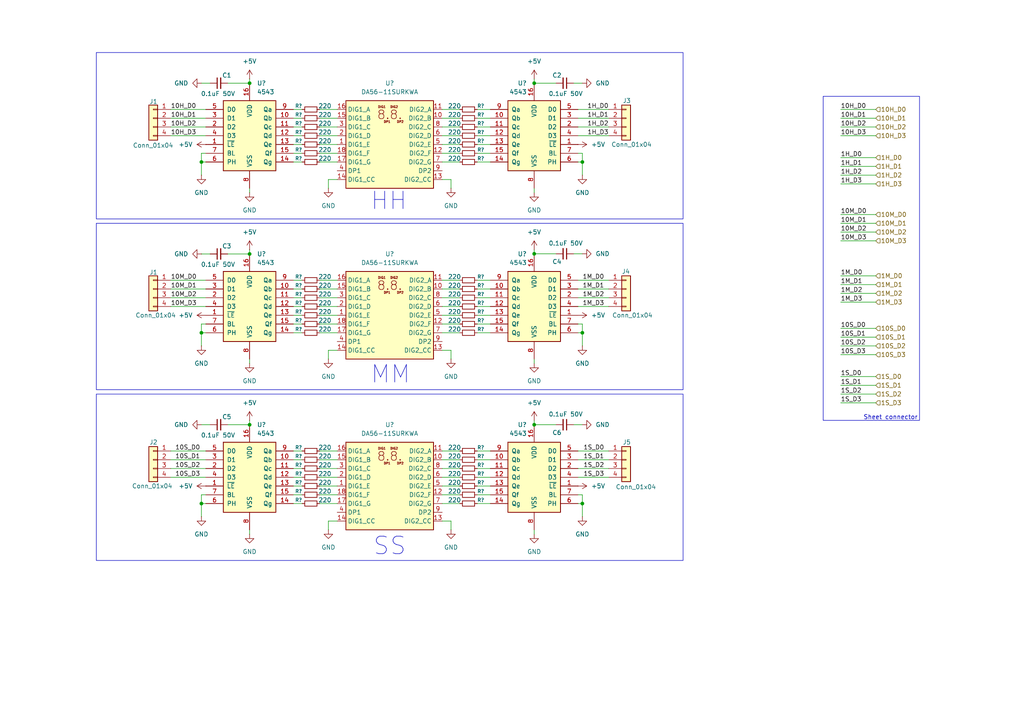
<source format=kicad_sch>
(kicad_sch (version 20250114) (generator "eeschema") (generator_version "9.0")
  (paper "A4")
  (lib_symbols
    (symbol "4xxx:4543" (pin_names (offset 1.016))
      (property "Reference" "U" (at -7.62 11.43 0))
      (property "Value" "4543" (at -7.62 -11.43 0))
      (symbol "4543_1_0"
        (pin input line (at -12.7 7.62 0) (length 5.08) (name "D0") (number "5"))
        (pin input line (at -12.7 5.08 0) (length 5.08) (name "D1") (number "3"))
        (pin input line (at -12.7 2.54 0) (length 5.08) (name "D2") (number "2"))
        (pin input line (at -12.7 0 0) (length 5.08) (name "D3") (number "4"))
        (pin input line (at -12.7 -2.54 0) (length 5.08) (name "~{LE}") (number "1"))
        (pin input line (at -12.7 -5.08 0) (length 5.08) (name "BL") (number "7"))
        (pin input line (at -12.7 -7.62 0) (length 5.08) (name "PH") (number "6"))
        (pin power_in line (at 0 15.24 270) (length 5.08) (name "VDD") (number "16"))
        (pin power_in line (at 0 -15.24 90) (length 5.08) (name "VSS") (number "8"))
        (pin output line (at 12.7 7.62 180) (length 5.08) (name "Qa") (number "9"))
        (pin output line (at 12.7 5.08 180) (length 5.08) (name "Qb") (number "10"))
        (pin output line (at 12.7 2.54 180) (length 5.08) (name "Qc") (number "11"))
        (pin output line (at 12.7 0 180) (length 5.08) (name "Qd") (number "12"))
        (pin output line (at 12.7 -2.54 180) (length 5.08) (name "Qe") (number "13"))
        (pin output line (at 12.7 -5.08 180) (length 5.08) (name "Qf") (number "15"))
        (pin output line (at 12.7 -7.62 180) (length 5.08) (name "Qg") (number "14"))
      )
      (symbol "4543_1_1"
        (rectangle (start -7.62 10.16) (end 7.62 -10.16) (stroke (width 0.254)) (fill (type background)))
      )
    )
    (symbol "Connector_Generic:Conn_01x04" (pin_names (offset 1.016) (hide yes))
      (property "Reference" "J" (at 0 5.08 0))
      (property "Value" "Conn_01x04" (at 0 -7.62 0))
      (symbol "Conn_01x04_1_1"
        (rectangle (start -1.27 3.81) (end 1.27 -6.35) (stroke (width 0.254)) (fill (type background)))
        (rectangle (start -1.27 2.667) (end 0 2.413) (stroke (width 0.1524)))
        (rectangle (start -1.27 0.127) (end 0 -0.127) (stroke (width 0.1524)))
        (rectangle (start -1.27 -2.413) (end 0 -2.667) (stroke (width 0.1524)))
        (rectangle (start -1.27 -4.953) (end 0 -5.207) (stroke (width 0.1524)))
        (pin passive line (at -5.08 2.54 0) (length 3.81) (name "Pin_1") (number "1"))
        (pin passive line (at -5.08 0 0) (length 3.81) (name "Pin_2") (number "2"))
        (pin passive line (at -5.08 -2.54 0) (length 3.81) (name "Pin_3") (number "3"))
        (pin passive line (at -5.08 -5.08 0) (length 3.81) (name "Pin_4") (number "4"))
      )
    )
    (symbol "Device:C_Small" (pin_numbers (hide yes)) (pin_names (offset 0.254) (hide yes))
      (property "Reference" "C" (at 0.254 1.778 0))
      (property "Value" "C_Small" (at 0.254 -2.032 0))
      (symbol "C_Small_0_1"
        (polyline (pts (xy -1.524 0.508) (xy 1.524 0.508)) (stroke (width 0.3048)))
        (polyline (pts (xy -1.524 -0.508) (xy 1.524 -0.508)) (stroke (width 0.3302)))
      )
      (symbol "C_Small_1_1"
        (pin passive line (at 0 2.54 270) (length 2.032) (name "~") (number "1"))
        (pin passive line (at 0 -2.54 90) (length 2.032) (name "~") (number "2"))
      )
    )
    (symbol "Device:R_Small" (pin_numbers (hide yes)) (pin_names (offset 0.254) (hide yes))
      (property "Reference" "R" (at 0 0 90))
      (property "Value" "R_Small" (at 1.778 0 90))
      (symbol "R_Small_0_1"
        (rectangle (start -0.762 1.778) (end 0.762 -1.778) (stroke (width 0.2032)))
      )
      (symbol "R_Small_1_1"
        (pin passive line (at 0 2.54 270) (length 0.762) (name "~") (number "1"))
        (pin passive line (at 0 -2.54 90) (length 0.762) (name "~") (number "2"))
      )
    )
    (symbol "Display_Character:DC56-11CGKWA"
      (property "Reference" "U" (at -11.43 13.97 0))
      (property "Value" "DC56-11CGKWA" (at 12.065 13.97 0))
      (symbol "DC56-11CGKWA_0_0"
        (text "DIG1" (at -2.286 10.922 0) (effects (font (size 0.635 0.635))))
        (text "DP1" (at -0.762 6.604 0) (effects (font (size 0.635 0.635))))
        (text "8.8." (at 0 8.636 0) (effects (font (size 2.54 2.54))))
        (text "DIG2" (at 1.27 10.922 0) (effects (font (size 0.635 0.635))))
        (text "DP2" (at 3.048 6.604 0) (effects (font (size 0.635 0.635))))
      )
      (symbol "DC56-11CGKWA_0_1"
        (rectangle (start -12.7 12.7) (end 12.7 -12.7) (stroke (width 0.254)) (fill (type background)))
      )
      (symbol "DC56-11CGKWA_1_1"
        (pin input line (at -15.24 10.16 0) (length 2.54) (name "DIG1_A") (number "16"))
        (pin input line (at -15.24 7.62 0) (length 2.54) (name "DIG1_B") (number "15"))
        (pin input line (at -15.24 5.08 0) (length 2.54) (name "DIG1_C") (number "3"))
        (pin input line (at -15.24 2.54 0) (length 2.54) (name "DIG1_D") (number "2"))
        (pin input line (at -15.24 0 0) (length 2.54) (name "DIG1_E") (number "1"))
        (pin input line (at -15.24 -2.54 0) (length 2.54) (name "DIG1_F") (number "18"))
        (pin input line (at -15.24 -5.08 0) (length 2.54) (name "DIG1_G") (number "17"))
        (pin input line (at -15.24 -7.62 0) (length 2.54) (name "DP1") (number "4"))
        (pin input line (at -15.24 -10.16 0) (length 2.54) (name "DIG1_CC") (number "14"))
        (pin input line (at 15.24 10.16 180) (length 2.54) (name "DIG2_A") (number "11"))
        (pin input line (at 15.24 7.62 180) (length 2.54) (name "DIG2_B") (number "10"))
        (pin input line (at 15.24 5.08 180) (length 2.54) (name "DIG2_C") (number "8"))
        (pin input line (at 15.24 2.54 180) (length 2.54) (name "DIG2_D") (number "6"))
        (pin input line (at 15.24 0 180) (length 2.54) (name "DIG2_E") (number "5"))
        (pin input line (at 15.24 -2.54 180) (length 2.54) (name "DIG2_F") (number "12"))
        (pin input line (at 15.24 -5.08 180) (length 2.54) (name "DIG2_G") (number "7"))
        (pin input line (at 15.24 -7.62 180) (length 2.54) (name "DP2") (number "9"))
        (pin input line (at 15.24 -10.16 180) (length 2.54) (name "DIG2_CC") (number "13"))
      )
    )
    (symbol "power:+5V" (power) (pin_numbers (hide yes)) (pin_names (offset 0) (hide yes))
      (property "Value" "+5V" (at 0 3.556 0))
      (symbol "+5V_0_1"
        (polyline (pts (xy -0.762 1.27) (xy 0 2.54)))
        (polyline (pts (xy 0 2.54) (xy 0.762 1.27)))
        (polyline (pts (xy 0 0) (xy 0 2.54)))
      )
      (symbol "+5V_1_1"
        (pin power_in line (at 0 0 90) (length 0) (name "~") (number "1"))
      )
    )
    (symbol "power:GND" (power) (pin_numbers (hide yes)) (pin_names (offset 0) (hide yes))
      (property "Value" "GND" (at 0 -3.81 0))
      (symbol "GND_0_1"
        (polyline (pts (xy 0 0) (xy 0 -1.27) (xy 1.27 -1.27) (xy 0 -2.54) (xy -1.27 -1.27) (xy 0 -1.27)))
      )
      (symbol "GND_1_1"
        (pin power_in line (at 0 0 270) (length 0) (name "~") (number "1"))
      )
    )
  )
  (rectangle (start 27.94 114.3) (end 198.12 162.56))
  (rectangle (start 238.76 27.94) (end 266.7 121.92))
  (rectangle (start 27.94 15.24) (end 198.12 63.5))
  (rectangle (start 27.94 64.77) (end 198.12 113.03))
  (text "SS" (at 113.03 158.496 0) (effects (font (size 5.08 5.08))))
  (text "MM" (at 113.284 108.712 0) (effects (font (size 5.08 5.08))))
  (text "Sheet connector" (at 258.318 121.158 0) (effects (font (size 1.27 1.27))))
  (text "HH" (at 112.776 58.42 0) (effects (font (size 5.08 5.08))))
  (junction (at 72.39 73.66))
  (junction (at 58.42 146.05))
  (junction (at 72.39 24.13))
  (junction (at 72.39 123.19))
  (junction (at 154.94 73.6113))
  (junction (at 168.91 146.05))
  (junction (at 168.91 46.99))
  (junction (at 154.94 123.19))
  (junction (at 58.42 96.52))
  (junction (at 58.42 46.99))
  (junction (at 168.91 96.52))
  (junction (at 154.94 24.13))
  (wire (pts (xy 92.71 41.91) (xy 97.79 41.91)))
  (wire (pts (xy 161.29 24.13) (xy 154.94 24.13)))
  (wire (pts (xy 168.91 93.98) (xy 168.91 96.52)))
  (wire (pts (xy 128.27 52.07) (xy 130.81 52.07)))
  (wire (pts (xy 85.09 143.51) (xy 87.63 143.51)))
  (wire (pts (xy 85.09 44.45) (xy 87.63 44.45)))
  (wire (pts (xy 92.71 138.43) (xy 97.79 138.43)))
  (wire (pts (xy 49.53 36.83) (xy 59.69 36.83)))
  (wire (pts (xy 92.71 36.83) (xy 97.79 36.83)))
  (wire (pts (xy 133.35 140.97) (xy 128.27 140.97)))
  (wire (pts (xy 130.81 101.6) (xy 130.81 104.14)))
  (wire (pts (xy 72.39 54.61) (xy 72.39 55.88)))
  (wire (pts (xy 138.43 140.97) (xy 142.24 140.97)))
  (wire (pts (xy 133.35 138.43) (xy 128.27 138.43)))
  (wire (pts (xy 133.35 36.83) (xy 128.27 36.83)))
  (wire (pts (xy 58.42 44.45) (xy 58.42 46.99)))
  (wire (pts (xy 85.09 88.9) (xy 87.63 88.9)))
  (wire (pts (xy 58.42 96.52) (xy 59.69 96.52)))
  (wire (pts (xy 243.84 114.3) (xy 254 114.3)))
  (wire (pts (xy 95.25 151.13) (xy 95.25 153.67)))
  (wire (pts (xy 243.84 100.33) (xy 254 100.33)))
  (wire (pts (xy 138.43 83.82) (xy 142.24 83.82)))
  (wire (pts (xy 85.09 31.75) (xy 87.63 31.75)))
  (wire (pts (xy 58.42 93.98) (xy 58.42 96.52)))
  (wire (pts (xy 49.53 88.9) (xy 59.69 88.9)))
  (wire (pts (xy 49.53 133.35) (xy 59.69 133.35)))
  (wire (pts (xy 85.09 41.91) (xy 87.63 41.91)))
  (wire (pts (xy 167.64 44.45) (xy 168.91 44.45)))
  (wire (pts (xy 85.09 135.89) (xy 87.63 135.89)))
  (wire (pts (xy 85.09 140.97) (xy 87.63 140.97)))
  (wire (pts (xy 133.35 86.36) (xy 128.27 86.36)))
  (wire (pts (xy 167.64 133.35) (xy 176.53 133.35)))
  (wire (pts (xy 243.84 95.25) (xy 254 95.25)))
  (wire (pts (xy 133.35 96.52) (xy 128.27 96.52)))
  (wire (pts (xy 138.43 130.81) (xy 142.24 130.81)))
  (wire (pts (xy 154.94 104.14) (xy 154.94 105.41)))
  (wire (pts (xy 92.71 88.9) (xy 97.79 88.9)))
  (wire (pts (xy 58.42 143.51) (xy 58.42 146.05)))
  (wire (pts (xy 72.39 22.86) (xy 72.39 24.13)))
  (wire (pts (xy 243.84 53.34) (xy 254 53.34)))
  (wire (pts (xy 154.94 153.67) (xy 154.94 154.94)))
  (wire (pts (xy 168.91 73.6113) (xy 166.37 73.6113)))
  (wire (pts (xy 58.42 24.13) (xy 60.96 24.13)))
  (wire (pts (xy 133.35 88.9) (xy 128.27 88.9)))
  (wire (pts (xy 72.39 72.39) (xy 72.39 73.66)))
  (wire (pts (xy 243.84 50.8) (xy 254 50.8)))
  (wire (pts (xy 92.71 140.97) (xy 97.79 140.97)))
  (wire (pts (xy 92.71 133.35) (xy 97.79 133.35)))
  (wire (pts (xy 97.79 151.13) (xy 95.25 151.13)))
  (wire (pts (xy 138.43 91.44) (xy 142.24 91.44)))
  (wire (pts (xy 167.64 86.36) (xy 176.53 86.36)))
  (wire (pts (xy 167.64 83.82) (xy 176.53 83.82)))
  (wire (pts (xy 243.84 102.87) (xy 254 102.87)))
  (wire (pts (xy 95.25 52.07) (xy 95.25 54.61)))
  (wire (pts (xy 49.53 135.89) (xy 59.69 135.89)))
  (wire (pts (xy 154.94 72.39) (xy 154.94 73.6113)))
  (wire (pts (xy 85.09 39.37) (xy 87.63 39.37)))
  (wire (pts (xy 58.42 146.05) (xy 59.69 146.05)))
  (wire (pts (xy 243.84 80.01) (xy 254 80.01)))
  (wire (pts (xy 167.64 88.9) (xy 176.53 88.9)))
  (wire (pts (xy 133.35 146.05) (xy 128.27 146.05)))
  (wire (pts (xy 49.53 39.37) (xy 59.69 39.37)))
  (wire (pts (xy 168.91 46.99) (xy 168.91 50.8)))
  (wire (pts (xy 85.09 81.28) (xy 87.63 81.28)))
  (wire (pts (xy 243.84 34.29) (xy 254 34.29)))
  (wire (pts (xy 133.35 93.98) (xy 128.27 93.98)))
  (wire (pts (xy 168.91 146.05) (xy 168.91 149.86)))
  (wire (pts (xy 92.71 146.05) (xy 97.79 146.05)))
  (wire (pts (xy 176.53 31.75) (xy 167.64 31.75)))
  (wire (pts (xy 154.94 54.61) (xy 154.94 55.88)))
  (wire (pts (xy 243.84 111.76) (xy 254 111.76)))
  (wire (pts (xy 92.71 34.29) (xy 97.79 34.29)))
  (wire (pts (xy 49.53 130.81) (xy 59.69 130.81)))
  (wire (pts (xy 133.35 135.89) (xy 128.27 135.89)))
  (wire (pts (xy 138.43 146.05) (xy 142.24 146.05)))
  (wire (pts (xy 58.42 46.99) (xy 58.42 50.8)))
  (wire (pts (xy 243.84 67.31) (xy 254 67.31)))
  (wire (pts (xy 85.09 83.82) (xy 87.63 83.82)))
  (wire (pts (xy 58.42 96.52) (xy 58.42 100.33)))
  (wire (pts (xy 168.91 44.45) (xy 168.91 46.99)))
  (wire (pts (xy 138.43 41.91) (xy 142.24 41.91)))
  (wire (pts (xy 243.84 39.37) (xy 254 39.37)))
  (wire (pts (xy 243.84 82.55) (xy 254 82.55)))
  (wire (pts (xy 167.64 81.28) (xy 176.53 81.28)))
  (wire (pts (xy 92.71 130.81) (xy 97.79 130.81)))
  (wire (pts (xy 49.53 83.82) (xy 59.69 83.82)))
  (wire (pts (xy 168.91 46.99) (xy 167.64 46.99)))
  (wire (pts (xy 133.35 143.51) (xy 128.27 143.51)))
  (wire (pts (xy 85.09 34.29) (xy 87.63 34.29)))
  (wire (pts (xy 133.35 133.35) (xy 128.27 133.35)))
  (wire (pts (xy 168.91 143.51) (xy 168.91 146.05)))
  (wire (pts (xy 72.39 104.14) (xy 72.39 105.41)))
  (wire (pts (xy 138.43 86.36) (xy 142.24 86.36)))
  (wire (pts (xy 66.04 123.19) (xy 72.39 123.19)))
  (wire (pts (xy 85.09 133.35) (xy 87.63 133.35)))
  (wire (pts (xy 167.64 138.43) (xy 176.53 138.43)))
  (wire (pts (xy 58.42 146.05) (xy 58.42 149.86)))
  (wire (pts (xy 243.84 87.63) (xy 254 87.63)))
  (wire (pts (xy 176.53 36.83) (xy 167.64 36.83)))
  (wire (pts (xy 58.42 46.99) (xy 59.69 46.99)))
  (wire (pts (xy 133.35 46.99) (xy 128.27 46.99)))
  (wire (pts (xy 130.81 151.13) (xy 130.81 153.67)))
  (wire (pts (xy 167.64 93.98) (xy 168.91 93.98)))
  (wire (pts (xy 167.64 143.51) (xy 168.91 143.51)))
  (wire (pts (xy 138.43 81.28) (xy 142.24 81.28)))
  (wire (pts (xy 49.53 86.36) (xy 59.69 86.36)))
  (wire (pts (xy 133.35 44.45) (xy 128.27 44.45)))
  (wire (pts (xy 243.84 97.79) (xy 254 97.79)))
  (wire (pts (xy 243.84 36.83) (xy 254 36.83)))
  (wire (pts (xy 154.94 73.6113) (xy 154.94 73.66)))
  (wire (pts (xy 85.09 138.43) (xy 87.63 138.43)))
  (wire (pts (xy 167.64 135.89) (xy 176.53 135.89)))
  (wire (pts (xy 133.35 41.91) (xy 128.27 41.91)))
  (wire (pts (xy 85.09 91.44) (xy 87.63 91.44)))
  (wire (pts (xy 167.64 130.81) (xy 176.53 130.81)))
  (wire (pts (xy 72.39 121.92) (xy 72.39 123.19)))
  (wire (pts (xy 92.71 81.28) (xy 97.79 81.28)))
  (wire (pts (xy 133.35 81.28) (xy 128.27 81.28)))
  (wire (pts (xy 154.94 121.92) (xy 154.94 123.19)))
  (wire (pts (xy 133.35 39.37) (xy 128.27 39.37)))
  (wire (pts (xy 138.43 143.51) (xy 142.24 143.51)))
  (wire (pts (xy 133.35 34.29) (xy 128.27 34.29)))
  (wire (pts (xy 85.09 146.05) (xy 87.63 146.05)))
  (wire (pts (xy 85.09 46.99) (xy 87.63 46.99)))
  (wire (pts (xy 92.71 31.75) (xy 97.79 31.75)))
  (wire (pts (xy 161.29 73.6113) (xy 154.94 73.6113)))
  (wire (pts (xy 97.79 52.07) (xy 95.25 52.07)))
  (wire (pts (xy 49.53 81.28) (xy 59.69 81.28)))
  (wire (pts (xy 168.91 146.05) (xy 167.64 146.05)))
  (wire (pts (xy 92.71 46.99) (xy 97.79 46.99)))
  (wire (pts (xy 133.35 83.82) (xy 128.27 83.82)))
  (wire (pts (xy 85.09 86.36) (xy 87.63 86.36)))
  (wire (pts (xy 133.35 91.44) (xy 128.27 91.44)))
  (wire (pts (xy 128.27 151.13) (xy 130.81 151.13)))
  (wire (pts (xy 138.43 96.52) (xy 142.24 96.52)))
  (wire (pts (xy 133.35 31.75) (xy 128.27 31.75)))
  (wire (pts (xy 243.84 64.77) (xy 254 64.77)))
  (wire (pts (xy 168.91 24.13) (xy 166.37 24.13)))
  (wire (pts (xy 92.71 96.52) (xy 97.79 96.52)))
  (wire (pts (xy 176.53 39.37) (xy 167.64 39.37)))
  (wire (pts (xy 130.81 52.07) (xy 130.81 54.61)))
  (wire (pts (xy 168.91 96.52) (xy 167.64 96.52)))
  (wire (pts (xy 128.27 101.6) (xy 130.81 101.6)))
  (wire (pts (xy 72.39 153.67) (xy 72.39 154.94)))
  (wire (pts (xy 138.43 133.35) (xy 142.24 133.35)))
  (wire (pts (xy 59.69 93.98) (xy 58.42 93.98)))
  (wire (pts (xy 85.09 130.81) (xy 87.63 130.81)))
  (wire (pts (xy 138.43 46.99) (xy 142.24 46.99)))
  (wire (pts (xy 138.43 44.45) (xy 142.24 44.45)))
  (wire (pts (xy 176.53 34.29) (xy 167.64 34.29)))
  (wire (pts (xy 85.09 93.98) (xy 87.63 93.98)))
  (wire (pts (xy 92.71 135.89) (xy 97.79 135.89)))
  (wire (pts (xy 92.71 91.44) (xy 97.79 91.44)))
  (wire (pts (xy 92.71 83.82) (xy 97.79 83.82)))
  (wire (pts (xy 243.84 116.84) (xy 254 116.84)))
  (wire (pts (xy 85.09 36.83) (xy 87.63 36.83)))
  (wire (pts (xy 49.53 31.75) (xy 59.69 31.75)))
  (wire (pts (xy 138.43 93.98) (xy 142.24 93.98)))
  (wire (pts (xy 49.53 138.43) (xy 59.69 138.43)))
  (wire (pts (xy 243.84 48.26) (xy 254 48.26)))
  (wire (pts (xy 138.43 135.89) (xy 142.24 135.89)))
  (wire (pts (xy 95.25 101.6) (xy 95.25 104.14)))
  (wire (pts (xy 92.71 93.98) (xy 97.79 93.98)))
  (wire (pts (xy 138.43 31.75) (xy 142.24 31.75)))
  (wire (pts (xy 59.69 143.51) (xy 58.42 143.51)))
  (wire (pts (xy 92.71 39.37) (xy 97.79 39.37)))
  (wire (pts (xy 168.91 96.52) (xy 168.91 100.33)))
  (wire (pts (xy 243.84 69.85) (xy 254 69.85)))
  (wire (pts (xy 138.43 39.37) (xy 142.24 39.37)))
  (wire (pts (xy 243.84 85.09) (xy 254 85.09)))
  (wire (pts (xy 138.43 36.83) (xy 142.24 36.83)))
  (wire (pts (xy 59.69 44.45) (xy 58.42 44.45)))
  (wire (pts (xy 58.42 123.19) (xy 60.96 123.19)))
  (wire (pts (xy 97.79 101.6) (xy 95.25 101.6)))
  (wire (pts (xy 138.43 88.9) (xy 142.24 88.9)))
  (wire (pts (xy 85.09 96.52) (xy 87.63 96.52)))
  (wire (pts (xy 243.84 45.72) (xy 254 45.72)))
  (wire (pts (xy 66.04 73.66) (xy 72.39 73.66)))
  (wire (pts (xy 168.91 123.19) (xy 166.37 123.19)))
  (wire (pts (xy 161.29 123.19) (xy 154.94 123.19)))
  (wire (pts (xy 138.43 138.43) (xy 142.24 138.43)))
  (wire (pts (xy 66.04 24.13) (xy 72.39 24.13)))
  (wire (pts (xy 243.84 109.22) (xy 254 109.22)))
  (wire (pts (xy 58.42 73.66) (xy 60.96 73.66)))
  (wire (pts (xy 92.71 143.51) (xy 97.79 143.51)))
  (wire (pts (xy 92.71 44.45) (xy 97.79 44.45)))
  (wire (pts (xy 154.94 22.86) (xy 154.94 24.13)))
  (wire (pts (xy 133.35 130.81) (xy 128.27 130.81)))
  (wire (pts (xy 49.53 34.29) (xy 59.69 34.29)))
  (wire (pts (xy 92.71 86.36) (xy 97.79 86.36)))
  (wire (pts (xy 243.84 62.23) (xy 254 62.23)))
  (wire (pts (xy 138.43 34.29) (xy 142.24 34.29)))
  (wire (pts (xy 243.84 31.75) (xy 254 31.75)))
  (label "1H_D3" (at 243.84 53.34 0))
  (label "10M_D0" (at 49.53 81.28 0))
  (label "10M_D2" (at 243.84 67.31 0))
  (label "10S_D1" (at 243.84 97.79 0))
  (label "10M_D1" (at 243.84 64.77 0))
  (label "1S_D1" (at 243.84 111.76 0))
  (label "1S_D0" (at 175.26 130.81 180))
  (label "1M_D3" (at 243.84 87.63 0))
  (label "10H_D3" (at 243.84 39.37 0))
  (label "10H_D1" (at 243.84 34.29 0))
  (label "10H_D3" (at 49.53 39.37 0))
  (label "1H_D1" (at 176.53 34.29 180))
  (label "1S_D3" (at 175.26 138.43 180))
  (label "10H_D0" (at 243.84 31.75 0))
  (label "1H_D0" (at 176.53 31.75 180))
  (label "1H_D2" (at 176.53 36.83 180))
  (label "10H_D0" (at 49.53 31.75 0))
  (label "10S_D2" (at 243.84 100.33 0))
  (label "1M_D2" (at 175.26 86.36 180))
  (label "10S_D3" (at 243.84 102.87 0))
  (label "1M_D2" (at 243.84 85.09 0))
  (label "10S_D0" (at 243.84 95.25 0))
  (label "1S_D3" (at 243.84 116.84 0))
  (label "10H_D1" (at 49.53 34.29 0))
  (label "10M_D3" (at 49.53 88.9 0))
  (label "10S_D0" (at 50.8 130.81 0))
  (label "1M_D1" (at 175.26 83.82 180))
  (label "1H_D0" (at 243.84 45.72 0))
  (label "10S_D3" (at 50.8 138.43 0))
  (label "1M_D0" (at 243.84 80.01 0))
  (label "10M_D1" (at 49.53 83.82 0))
  (label "10M_D3" (at 243.84 69.85 0))
  (label "1S_D2" (at 175.26 135.89 180))
  (label "1M_D3" (at 175.26 88.9 180))
  (label "1H_D3" (at 176.53 39.37 180))
  (label "1S_D2" (at 243.84 114.3 0))
  (label "1M_D0" (at 175.26 81.28 180))
  (label "10S_D2" (at 50.8 135.89 0))
  (label "10M_D2" (at 49.53 86.36 0))
  (label "10S_D1" (at 50.8 133.35 0))
  (label "1H_D2" (at 243.84 50.8 0))
  (label "1S_D0" (at 243.84 109.22 0))
  (label "1S_D1" (at 175.26 133.35 180))
  (label "10H_D2" (at 243.84 36.83 0))
  (label "1M_D1" (at 243.84 82.55 0))
  (label "10H_D2" (at 49.53 36.83 0))
  (label "1H_D1" (at 243.84 48.26 0))
  (label "10M_D0" (at 243.84 62.23 0))
  (hierarchical_label "1S_D3" (shape input) (at 254 116.84 0))
  (hierarchical_label "10S_D3" (shape input) (at 254 102.87 0))
  (hierarchical_label "1S_D0" (shape input) (at 254 109.22 0))
  (hierarchical_label "1H_D3" (shape input) (at 254 53.34 0))
  (hierarchical_label "1M_D2" (shape input) (at 254 85.09 0))
  (hierarchical_label "10H_D3" (shape input) (at 254 39.37 0))
  (hierarchical_label "1S_D2" (shape input) (at 254 114.3 0))
  (hierarchical_label "10H_D2" (shape input) (at 254 36.83 0))
  (hierarchical_label "1S_D1" (shape input) (at 254 111.76 0))
  (hierarchical_label "10M_D1" (shape input) (at 254 64.77 0))
  (hierarchical_label "10S_D2" (shape input) (at 254 100.33 0))
  (hierarchical_label "1M_D3" (shape input) (at 254 87.63 0))
  (hierarchical_label "1H_D2" (shape input) (at 254 50.8 0))
  (hierarchical_label "10M_D2" (shape input) (at 254 67.31 0))
  (hierarchical_label "10M_D3" (shape input) (at 254 69.85 0))
  (hierarchical_label "10S_D0" (shape input) (at 254 95.25 0))
  (hierarchical_label "1H_D1" (shape input) (at 254 48.26 0))
  (hierarchical_label "1M_D0" (shape input) (at 254 80.01 0))
  (hierarchical_label "10H_D0" (shape input) (at 254 31.75 0))
  (hierarchical_label "1H_D0" (shape input) (at 254 45.72 0))
  (hierarchical_label "1M_D1" (shape input) (at 254 82.55 0))
  (hierarchical_label "10H_D1" (shape input) (at 254 34.29 0))
  (hierarchical_label "10M_D0" (shape input) (at 254 62.23 0))
  (hierarchical_label "10S_D1" (shape input) (at 254 97.79 0))
  (symbol (lib_id "Device:R_Small") (at 90.17 41.91 90) (unit 1)
    (property "Reference" "R?" (at 86.614 40.894 90) (effects (font (size 1.016 1.016))))
    (property "Value" "220" (at 94.234 40.894 90))
    (property "Footprint" "Resistor_SMD:R_0603_1608Metric" (effects (hide yes)))
    (property "Description" "Resistor, small symbol" (effects (hide yes)))
  )
  (symbol (lib_id "Device:C_Small") (at 163.83 123.19 270) (unit 1)
    (property "Reference" "C6" (at 161.544 125.476 90))
    (property "Value" "0.1uF 50V" (at 164.084 120.142 90))
    (property "Description" "Unpolarized capacitor, small symbol" (effects (hide yes)))
  )
  (symbol (lib_id "Device:R_Small") (at 90.17 140.97 90) (unit 1)
    (property "Reference" "R?" (at 86.614 139.954 90) (effects (font (size 1.016 1.016))))
    (property "Value" "220" (at 94.234 139.954 90))
    (property "Footprint" "Resistor_SMD:R_0603_1608Metric" (effects (hide yes)))
    (property "Description" "Resistor, small symbol" (effects (hide yes)))
  )
  (symbol (lib_id "Device:R_Small") (at 90.17 143.51 90) (unit 1)
    (property "Reference" "R?" (at 86.614 142.494 90) (effects (font (size 1.016 1.016))))
    (property "Value" "220" (at 94.234 142.494 90))
    (property "Footprint" "Resistor_SMD:R_0603_1608Metric" (effects (hide yes)))
    (property "Description" "Resistor, small symbol" (effects (hide yes)))
  )
  (symbol (lib_id "power:GND") (at 58.42 73.66 270) (unit 1)
    (property "Reference" "#PWR033" (effects (hide yes)))
    (property "Value" "GND" (at 54.61 73.6599 90) (effects (justify right)))
    (property "Description" "Power symbol creates a global label with name \"GND\" , ground" (effects (hide yes)))
  )
  (symbol (lib_id "power:GND") (at 95.25 54.61 0) (unit 1)
    (property "Reference" "#PWR?" (effects (hide yes)))
    (property "Value" "GND" (at 95.25 59.69 0))
    (property "Description" "Power symbol creates a global label with name \"GND\" , ground" (effects (hide yes)))
  )
  (symbol (lib_id "4xxx:4543") (at 154.94 39.37 0) (mirror y) (unit 1)
    (property "Reference" "U?" (at 152.7967 24.13 0) (effects (justify left)))
    (property "Value" "4543" (at 152.7967 26.67 0) (effects (justify left)))
    (property "Footprint" "Package_DIP:DIP-16_W7.62mm_Socket_LongPads" (effects (hide yes)))
    (property "Datasheet" "http://www.ti.com/lit/ds/symlink/cd4543b.pdf" (effects (hide yes)))
    (property "Description" "BCD to 7-segment latch/decoder/driver" (effects (hide yes)))
  )
  (symbol (lib_id "power:GND") (at 154.94 105.41 0) (unit 1)
    (property "Reference" "#PWR?" (effects (hide yes)))
    (property "Value" "GND" (at 154.94 110.49 0))
    (property "Description" "Power symbol creates a global label with name \"GND\" , ground" (effects (hide yes)))
  )
  (symbol (lib_id "Device:R_Small") (at 90.17 146.05 90) (unit 1)
    (property "Reference" "R?" (at 86.614 145.034 90) (effects (font (size 1.016 1.016))))
    (property "Value" "220" (at 94.234 145.034 90))
    (property "Footprint" "Resistor_SMD:R_0603_1608Metric" (effects (hide yes)))
    (property "Description" "Resistor, small symbol" (effects (hide yes)))
  )
  (symbol (lib_id "Device:R_Small") (at 135.89 39.37 270) (mirror x) (unit 1)
    (property "Reference" "R?" (at 139.446 38.354 90) (effects (font (size 1.016 1.016))))
    (property "Value" "220" (at 131.826 38.354 90))
    (property "Footprint" "Resistor_SMD:R_0603_1608Metric" (effects (hide yes)))
    (property "Description" "Resistor, small symbol" (effects (hide yes)))
  )
  (symbol (lib_id "Device:R_Small") (at 135.89 41.91 270) (mirror x) (unit 1)
    (property "Reference" "R?" (at 139.446 40.894 90) (effects (font (size 1.016 1.016))))
    (property "Value" "220" (at 131.826 40.894 90))
    (property "Footprint" "Resistor_SMD:R_0603_1608Metric" (effects (hide yes)))
    (property "Description" "Resistor, small symbol" (effects (hide yes)))
  )
  (symbol (lib_id "power:GND") (at 58.42 100.33 0) (unit 1)
    (property "Reference" "#PWR01" (effects (hide yes)))
    (property "Value" "GND" (at 58.42 105.41 0))
    (property "Description" "Power symbol creates a global label with name \"GND\" , ground" (effects (hide yes)))
  )
  (symbol (lib_id "Device:R_Small") (at 90.17 86.36 90) (unit 1)
    (property "Reference" "R?" (at 86.614 85.344 90) (effects (font (size 1.016 1.016))))
    (property "Value" "220" (at 94.234 85.344 90))
    (property "Footprint" "Resistor_SMD:R_0603_1608Metric" (effects (hide yes)))
    (property "Description" "Resistor, small symbol" (effects (hide yes)))
  )
  (symbol (lib_id "Connector_Generic:Conn_01x04") (at 181.61 83.82 0) (unit 1)
    (property "Reference" "J4" (at 180.34 78.74 0) (effects (justify left)))
    (property "Value" "Conn_01x04" (at 177.546 91.44 0) (effects (justify left)))
    (property "Footprint" "Connector_PinHeader_2.54mm:PinHeader_1x04_P2.54mm_Vertical" (effects (hide yes)))
    (property "Description" "Generic connector, single row, 01x04, script generated (kicad-library-utils/schlib/autogen/connector/)" (effects (hide yes)))
  )
  (symbol (lib_id "Device:R_Small") (at 90.17 44.45 90) (unit 1)
    (property "Reference" "R?" (at 86.614 43.434 90) (effects (font (size 1.016 1.016))))
    (property "Value" "220" (at 94.234 43.434 90))
    (property "Footprint" "Resistor_SMD:R_0603_1608Metric" (effects (hide yes)))
    (property "Description" "Resistor, small symbol" (effects (hide yes)))
  )
  (symbol (lib_id "power:+5V") (at 167.64 140.97 270) (mirror x) (unit 1)
    (property "Reference" "#PWR09" (effects (hide yes)))
    (property "Value" "+5V" (at 171.45 140.9699 90) (effects (justify left)))
    (property "Description" "Power symbol creates a global label with name \"+5V\"" (effects (hide yes)))
  )
  (symbol (lib_id "Device:R_Small") (at 90.17 130.81 90) (unit 1)
    (property "Reference" "R?" (at 86.614 129.794 90) (effects (font (size 1.016 1.016))))
    (property "Value" "220" (at 94.234 129.794 90))
    (property "Footprint" "Resistor_SMD:R_0603_1608Metric" (effects (hide yes)))
    (property "Description" "Resistor, small symbol" (effects (hide yes)))
  )
  (symbol (lib_id "Device:R_Small") (at 135.89 140.97 270) (mirror x) (unit 1)
    (property "Reference" "R?" (at 139.446 139.954 90) (effects (font (size 1.016 1.016))))
    (property "Value" "220" (at 131.826 139.954 90))
    (property "Footprint" "Resistor_SMD:R_0603_1608Metric" (effects (hide yes)))
    (property "Description" "Resistor, small symbol" (effects (hide yes)))
  )
  (symbol (lib_id "power:GND") (at 168.91 50.8 0) (mirror y) (unit 1)
    (property "Reference" "#PWR05" (effects (hide yes)))
    (property "Value" "GND" (at 168.91 55.88 0))
    (property "Description" "Power symbol creates a global label with name \"GND\" , ground" (effects (hide yes)))
  )
  (symbol (lib_id "Connector_Generic:Conn_01x04") (at 44.45 83.82 0) (mirror y) (unit 1)
    (property "Reference" "J1" (at 45.72 78.994 0) (effects (justify left)))
    (property "Value" "Conn_01x04" (at 51.054 91.44 0) (effects (justify left)))
    (property "Footprint" "Connector_PinHeader_2.54mm:PinHeader_1x04_P2.54mm_Vertical" (effects (hide yes)))
    (property "Description" "Generic connector, single row, 01x04, script generated (kicad-library-utils/schlib/autogen/connector/)" (effects (hide yes)))
  )
  (symbol (lib_id "Device:R_Small") (at 135.89 44.45 270) (mirror x) (unit 1)
    (property "Reference" "R?" (at 139.446 43.434 90) (effects (font (size 1.016 1.016))))
    (property "Value" "220" (at 131.826 43.434 90))
    (property "Footprint" "Resistor_SMD:R_0603_1608Metric" (effects (hide yes)))
    (property "Description" "Resistor, small symbol" (effects (hide yes)))
  )
  (symbol (lib_id "Device:R_Small") (at 135.89 93.98 270) (mirror x) (unit 1)
    (property "Reference" "R?" (at 139.446 92.964 90) (effects (font (size 1.016 1.016))))
    (property "Value" "220" (at 131.826 92.964 90))
    (property "Footprint" "Resistor_SMD:R_0603_1608Metric" (effects (hide yes)))
    (property "Description" "Resistor, small symbol" (effects (hide yes)))
  )
  (symbol (lib_id "Device:R_Small") (at 135.89 130.81 270) (mirror x) (unit 1)
    (property "Reference" "R?" (at 139.446 129.794 90) (effects (font (size 1.016 1.016))))
    (property "Value" "220" (at 131.826 129.794 90))
    (property "Footprint" "Resistor_SMD:R_0603_1608Metric" (effects (hide yes)))
    (property "Description" "Resistor, small symbol" (effects (hide yes)))
  )
  (symbol (lib_id "Device:R_Small") (at 90.17 93.98 90) (unit 1)
    (property "Reference" "R?" (at 86.614 92.964 90) (effects (font (size 1.016 1.016))))
    (property "Value" "220" (at 94.234 92.964 90))
    (property "Footprint" "Resistor_SMD:R_0603_1608Metric" (effects (hide yes)))
    (property "Description" "Resistor, small symbol" (effects (hide yes)))
  )
  (symbol (lib_id "Device:R_Small") (at 135.89 146.05 270) (mirror x) (unit 1)
    (property "Reference" "R?" (at 139.446 145.034 90) (effects (font (size 1.016 1.016))))
    (property "Value" "220" (at 131.826 145.034 90))
    (property "Footprint" "Resistor_SMD:R_0603_1608Metric" (effects (hide yes)))
    (property "Description" "Resistor, small symbol" (effects (hide yes)))
  )
  (symbol (lib_id "Device:C_Small") (at 63.5 123.19 90) (unit 1)
    (property "Reference" "C5" (at 65.786 120.904 90))
    (property "Value" "0.1uF 50V" (at 63.246 126.238 90))
    (property "Description" "Unpolarized capacitor, small symbol" (effects (hide yes)))
  )
  (symbol (lib_id "power:+5V") (at 154.94 121.92 0) (unit 1)
    (property "Reference" "#PWR?" (effects (hide yes)))
    (property "Value" "+5V" (at 154.94 116.84 0))
    (property "Description" "Power symbol creates a global label with name \"+5V\"" (effects (hide yes)))
  )
  (symbol (lib_id "power:+5V") (at 59.69 140.97 90) (unit 1)
    (property "Reference" "#PWR04" (effects (hide yes)))
    (property "Value" "+5V" (at 55.88 140.9699 90) (effects (justify left)))
    (property "Description" "Power symbol creates a global label with name \"+5V\"" (effects (hide yes)))
  )
  (symbol (lib_id "power:GND") (at 95.25 104.14 0) (unit 1)
    (property "Reference" "#PWR?" (effects (hide yes)))
    (property "Value" "GND" (at 95.25 109.22 0))
    (property "Description" "Power symbol creates a global label with name \"GND\" , ground" (effects (hide yes)))
  )
  (symbol (lib_id "Device:C_Small") (at 163.83 24.13 270) (mirror x) (unit 1)
    (property "Reference" "C2" (at 161.544 21.844 90))
    (property "Value" "0.1uF 50V" (at 164.084 27.178 90))
    (property "Description" "Unpolarized capacitor, small symbol" (effects (hide yes)))
  )
  (symbol (lib_id "Device:C_Small") (at 63.5 24.13 90) (unit 1)
    (property "Reference" "C1" (at 65.786 21.844 90))
    (property "Value" "0.1uF 50V" (at 63.246 27.178 90))
    (property "Description" "Unpolarized capacitor, small symbol" (effects (hide yes)))
  )
  (symbol (lib_id "Device:R_Small") (at 90.17 133.35 90) (unit 1)
    (property "Reference" "R?" (at 86.614 132.334 90) (effects (font (size 1.016 1.016))))
    (property "Value" "220" (at 94.234 132.334 90))
    (property "Footprint" "Resistor_SMD:R_0603_1608Metric" (effects (hide yes)))
    (property "Description" "Resistor, small symbol" (effects (hide yes)))
  )
  (symbol (lib_id "power:GND") (at 58.42 50.8 0) (unit 1)
    (property "Reference" "#PWR02" (effects (hide yes)))
    (property "Value" "GND" (at 58.42 55.88 0))
    (property "Description" "Power symbol creates a global label with name \"GND\" , ground" (effects (hide yes)))
  )
  (symbol (lib_id "power:GND") (at 95.25 153.67 0) (unit 1)
    (property "Reference" "#PWR?" (effects (hide yes)))
    (property "Value" "GND" (at 95.25 158.75 0))
    (property "Description" "Power symbol creates a global label with name \"GND\" , ground" (effects (hide yes)))
  )
  (symbol (lib_id "Device:R_Small") (at 135.89 143.51 270) (mirror x) (unit 1)
    (property "Reference" "R?" (at 139.446 142.494 90) (effects (font (size 1.016 1.016))))
    (property "Value" "220" (at 131.826 142.494 90))
    (property "Footprint" "Resistor_SMD:R_0603_1608Metric" (effects (hide yes)))
    (property "Description" "Resistor, small symbol" (effects (hide yes)))
  )
  (symbol (lib_id "Connector_Generic:Conn_01x04") (at 44.45 34.29 0) (mirror y) (unit 1)
    (property "Reference" "J1" (at 45.72 29.464 0) (effects (justify left)))
    (property "Value" "Conn_01x04" (at 50.292 42.164 0) (effects (justify left)))
    (property "Footprint" "Connector_PinHeader_2.54mm:PinHeader_1x04_P2.54mm_Vertical" (effects (hide yes)))
    (property "Description" "Generic connector, single row, 01x04, script generated (kicad-library-utils/schlib/autogen/connector/)" (effects (hide yes)))
  )
  (symbol (lib_id "Device:R_Small") (at 90.17 39.37 90) (unit 1)
    (property "Reference" "R?" (at 86.614 38.354 90) (effects (font (size 1.016 1.016))))
    (property "Value" "220" (at 94.234 38.354 90))
    (property "Footprint" "Resistor_SMD:R_0603_1608Metric" (effects (hide yes)))
    (property "Description" "Resistor, small symbol" (effects (hide yes)))
  )
  (symbol (lib_id "Device:R_Small") (at 90.17 81.28 90) (unit 1)
    (property "Reference" "R?" (at 86.614 80.264 90) (effects (font (size 1.016 1.016))))
    (property "Value" "220" (at 94.234 80.264 90))
    (property "Footprint" "Resistor_SMD:R_0603_1608Metric" (effects (hide yes)))
    (property "Description" "Resistor, small symbol" (effects (hide yes)))
  )
  (symbol (lib_id "power:+5V") (at 59.69 91.44 90) (unit 1)
    (property "Reference" "#PWR02" (effects (hide yes)))
    (property "Value" "+5V" (at 55.88 91.4399 90) (effects (justify left)))
    (property "Description" "Power symbol creates a global label with name \"+5V\"" (effects (hide yes)))
  )
  (symbol (lib_id "power:GND") (at 58.42 149.86 0) (unit 1)
    (property "Reference" "#PWR03" (effects (hide yes)))
    (property "Value" "GND" (at 58.42 154.94 0))
    (property "Description" "Power symbol creates a global label with name \"GND\" , ground" (effects (hide yes)))
  )
  (symbol (lib_id "power:+5V") (at 167.64 91.44 270) (mirror x) (unit 1)
    (property "Reference" "#PWR07" (effects (hide yes)))
    (property "Value" "+5V" (at 171.45 91.4399 90) (effects (justify left)))
    (property "Description" "Power symbol creates a global label with name \"+5V\"" (effects (hide yes)))
  )
  (symbol (lib_id "Display_Character:DC56-11CGKWA") (at 113.03 140.97 0) (unit 1)
    (property "Reference" "U?" (at 113.03 123.19 0))
    (property "Value" "DA56-11SURKWA" (at 113.03 125.73 0))
    (property "Footprint" "Display_7Segment:DA56-11CGKWA" (effects (hide yes)))
    (property "Datasheet" "http://www.kingbright.com/attachments/file/psearch/000/00/00/DC56-11CGKWA(Ver.7A).pdf" (effects (hide yes)))
    (property "Description" "Double digit 7 segment green LED common cathode" (effects (hide yes)))
  )
  (symbol (lib_id "power:GND") (at 154.94 154.94 0) (unit 1)
    (property "Reference" "#PWR?" (effects (hide yes)))
    (property "Value" "GND" (at 154.94 160.02 0))
    (property "Description" "Power symbol creates a global label with name \"GND\" , ground" (effects (hide yes)))
  )
  (symbol (lib_id "power:+5V") (at 72.39 72.39 0) (unit 1)
    (property "Reference" "#PWR?" (effects (hide yes)))
    (property "Value" "+5V" (at 72.39 67.31 0))
    (property "Description" "Power symbol creates a global label with name \"+5V\"" (effects (hide yes)))
  )
  (symbol (lib_id "Device:R_Small") (at 135.89 138.43 270) (mirror x) (unit 1)
    (property "Reference" "R?" (at 139.446 137.414 90) (effects (font (size 1.016 1.016))))
    (property "Value" "220" (at 131.826 137.414 90))
    (property "Footprint" "Resistor_SMD:R_0603_1608Metric" (effects (hide yes)))
    (property "Description" "Resistor, small symbol" (effects (hide yes)))
  )
  (symbol (lib_id "4xxx:4543") (at 72.39 88.9 0) (unit 1)
    (property "Reference" "U?" (at 74.5333 73.66 0) (effects (justify left)))
    (property "Value" "4543" (at 74.5333 76.2 0) (effects (justify left)))
    (property "Footprint" "Package_DIP:DIP-16_W7.62mm_Socket_LongPads" (effects (hide yes)))
    (property "Datasheet" "http://www.ti.com/lit/ds/symlink/cd4543b.pdf" (effects (hide yes)))
    (property "Description" "BCD to 7-segment latch/decoder/driver" (effects (hide yes)))
  )
  (symbol (lib_id "Device:R_Small") (at 135.89 133.35 270) (mirror x) (unit 1)
    (property "Reference" "R?" (at 139.446 132.334 90) (effects (font (size 1.016 1.016))))
    (property "Value" "220" (at 131.826 132.334 90))
    (property "Footprint" "Resistor_SMD:R_0603_1608Metric" (effects (hide yes)))
    (property "Description" "Resistor, small symbol" (effects (hide yes)))
  )
  (symbol (lib_id "power:GND") (at 168.91 24.13 90) (mirror x) (unit 1)
    (property "Reference" "#PWR032" (effects (hide yes)))
    (property "Value" "GND" (at 172.72 24.1299 90) (effects (justify right)))
    (property "Description" "Power symbol creates a global label with name \"GND\" , ground" (effects (hide yes)))
  )
  (symbol (lib_id "Device:R_Small") (at 90.17 135.89 90) (unit 1)
    (property "Reference" "R?" (at 86.614 134.874 90) (effects (font (size 1.016 1.016))))
    (property "Value" "220" (at 94.234 134.874 90))
    (property "Footprint" "Resistor_SMD:R_0603_1608Metric" (effects (hide yes)))
    (property "Description" "Resistor, small symbol" (effects (hide yes)))
  )
  (symbol (lib_id "Connector_Generic:Conn_01x04") (at 181.61 133.35 0) (unit 1)
    (property "Reference" "J5" (at 180.594 128.27 0) (effects (justify left)))
    (property "Value" "Conn_01x04" (at 178.562 141.224 0) (effects (justify left)))
    (property "Footprint" "Connector_PinHeader_2.54mm:PinHeader_1x04_P2.54mm_Vertical" (effects (hide yes)))
    (property "Description" "Generic connector, single row, 01x04, script generated (kicad-library-utils/schlib/autogen/connector/)" (effects (hide yes)))
  )
  (symbol (lib_id "Device:R_Small") (at 135.89 31.75 270) (mirror x) (unit 1)
    (property "Reference" "R?" (at 139.446 30.734 90) (effects (font (size 1.016 1.016))))
    (property "Value" "220" (at 131.826 30.734 90))
    (property "Footprint" "Resistor_SMD:R_0603_1608Metric" (effects (hide yes)))
    (property "Description" "Resistor, small symbol" (effects (hide yes)))
  )
  (symbol (lib_id "power:GND") (at 168.91 123.19 90) (unit 1)
    (property "Reference" "#PWR036" (effects (hide yes)))
    (property "Value" "GND" (at 172.72 123.1901 90) (effects (justify right)))
    (property "Description" "Power symbol creates a global label with name \"GND\" , ground" (effects (hide yes)))
  )
  (symbol (lib_id "Device:R_Small") (at 90.17 83.82 90) (unit 1)
    (property "Reference" "R?" (at 86.614 82.804 90) (effects (font (size 1.016 1.016))))
    (property "Value" "220" (at 94.234 82.804 90))
    (property "Footprint" "Resistor_SMD:R_0603_1608Metric" (effects (hide yes)))
    (property "Description" "Resistor, small symbol" (effects (hide yes)))
  )
  (symbol (lib_id "power:GND") (at 168.91 73.6113 90) (unit 1)
    (property "Reference" "#PWR034" (effects (hide yes)))
    (property "Value" "GND" (at 172.72 73.6114 90) (effects (justify right)))
    (property "Description" "Power symbol creates a global label with name \"GND\" , ground" (effects (hide yes)))
  )
  (symbol (lib_id "4xxx:4543") (at 72.39 39.37 0) (unit 1)
    (property "Reference" "U?" (at 74.5333 24.13 0) (effects (justify left)))
    (property "Value" "4543" (at 74.5333 26.67 0) (effects (justify left)))
    (property "Footprint" "Package_DIP:DIP-16_W7.62mm_Socket_LongPads" (effects (hide yes)))
    (property "Datasheet" "http://www.ti.com/lit/ds/symlink/cd4543b.pdf" (effects (hide yes)))
    (property "Description" "BCD to 7-segment latch/decoder/driver" (effects (hide yes)))
  )
  (symbol (lib_id "power:GND") (at 72.39 105.41 0) (unit 1)
    (property "Reference" "#PWR?" (effects (hide yes)))
    (property "Value" "GND" (at 72.39 110.49 0))
    (property "Description" "Power symbol creates a global label with name \"GND\" , ground" (effects (hide yes)))
  )
  (symbol (lib_id "power:+5V") (at 167.64 41.91 270) (mirror x) (unit 1)
    (property "Reference" "#PWR06" (effects (hide yes)))
    (property "Value" "+5V" (at 171.45 41.9099 90) (effects (justify left)))
    (property "Description" "Power symbol creates a global label with name \"+5V\"" (effects (hide yes)))
  )
  (symbol (lib_id "power:+5V") (at 154.94 72.39 0) (unit 1)
    (property "Reference" "#PWR?" (effects (hide yes)))
    (property "Value" "+5V" (at 154.94 67.31 0))
    (property "Description" "Power symbol creates a global label with name \"+5V\"" (effects (hide yes)))
  )
  (symbol (lib_id "4xxx:4543") (at 154.94 88.9 0) (mirror y) (unit 1)
    (property "Reference" "U?" (at 152.7967 73.66 0) (effects (justify left)))
    (property "Value" "4543" (at 152.7967 76.2 0) (effects (justify left)))
    (property "Footprint" "Package_DIP:DIP-16_W7.62mm_Socket_LongPads" (effects (hide yes)))
    (property "Datasheet" "http://www.ti.com/lit/ds/symlink/cd4543b.pdf" (effects (hide yes)))
    (property "Description" "BCD to 7-segment latch/decoder/driver" (effects (hide yes)))
  )
  (symbol (lib_id "power:+5V") (at 154.94 22.86 0) (unit 1)
    (property "Reference" "#PWR?" (effects (hide yes)))
    (property "Value" "+5V" (at 154.94 17.78 0))
    (property "Description" "Power symbol creates a global label with name \"+5V\"" (effects (hide yes)))
  )
  (symbol (lib_id "Display_Character:DC56-11CGKWA") (at 113.03 41.91 0) (unit 1)
    (property "Reference" "U?" (at 113.03 24.13 0))
    (property "Value" "DA56-11SURKWA" (at 113.03 26.67 0))
    (property "Footprint" "Display_7Segment:DA56-11CGKWA" (effects (hide yes)))
    (property "Datasheet" "http://www.kingbright.com/attachments/file/psearch/000/00/00/DC56-11CGKWA(Ver.7A).pdf" (effects (hide yes)))
    (property "Description" "Double digit 7 segment green LED common cathode" (effects (hide yes)))
  )
  (symbol (lib_id "Device:R_Small") (at 135.89 88.9 270) (mirror x) (unit 1)
    (property "Reference" "R?" (at 139.446 87.884 90) (effects (font (size 1.016 1.016))))
    (property "Value" "220" (at 131.826 87.884 90))
    (property "Footprint" "Resistor_SMD:R_0603_1608Metric" (effects (hide yes)))
    (property "Description" "Resistor, small symbol" (effects (hide yes)))
  )
  (symbol (lib_id "Device:R_Small") (at 135.89 46.99 270) (mirror x) (unit 1)
    (property "Reference" "R?" (at 139.446 45.974 90) (effects (font (size 1.016 1.016))))
    (property "Value" "220" (at 131.826 45.974 90))
    (property "Footprint" "Resistor_SMD:R_0603_1608Metric" (effects (hide yes)))
    (property "Description" "Resistor, small symbol" (effects (hide yes)))
  )
  (symbol (lib_id "Device:R_Small") (at 135.89 91.44 270) (mirror x) (unit 1)
    (property "Reference" "R?" (at 139.446 90.424 90) (effects (font (size 1.016 1.016))))
    (property "Value" "220" (at 131.826 90.424 90))
    (property "Footprint" "Resistor_SMD:R_0603_1608Metric" (effects (hide yes)))
    (property "Description" "Resistor, small symbol" (effects (hide yes)))
  )
  (symbol (lib_id "Device:R_Small") (at 90.17 91.44 90) (unit 1)
    (property "Reference" "R?" (at 86.614 90.424 90) (effects (font (size 1.016 1.016))))
    (property "Value" "220" (at 94.234 90.424 90))
    (property "Footprint" "Resistor_SMD:R_0603_1608Metric" (effects (hide yes)))
    (property "Description" "Resistor, small symbol" (effects (hide yes)))
  )
  (symbol (lib_id "Device:R_Small") (at 90.17 96.52 90) (unit 1)
    (property "Reference" "R?" (at 86.614 95.504 90) (effects (font (size 1.016 1.016))))
    (property "Value" "220" (at 94.234 95.504 90))
    (property "Footprint" "Resistor_SMD:R_0603_1608Metric" (effects (hide yes)))
    (property "Description" "Resistor, small symbol" (effects (hide yes)))
  )
  (symbol (lib_id "Device:C_Small") (at 163.83 73.6113 270) (unit 1)
    (property "Reference" "C4" (at 161.544 75.8973 90))
    (property "Value" "0.1uF 50V" (at 164.084 70.5633 90))
    (property "Description" "Unpolarized capacitor, small symbol" (effects (hide yes)))
  )
  (symbol (lib_id "Device:R_Small") (at 135.89 96.52 270) (mirror x) (unit 1)
    (property "Reference" "R?" (at 139.446 95.504 90) (effects (font (size 1.016 1.016))))
    (property "Value" "220" (at 131.826 95.504 90))
    (property "Footprint" "Resistor_SMD:R_0603_1608Metric" (effects (hide yes)))
    (property "Description" "Resistor, small symbol" (effects (hide yes)))
  )
  (symbol (lib_id "power:GND") (at 72.39 154.94 0) (unit 1)
    (property "Reference" "#PWR?" (effects (hide yes)))
    (property "Value" "GND" (at 72.39 160.02 0))
    (property "Description" "Power symbol creates a global label with name \"GND\" , ground" (effects (hide yes)))
  )
  (symbol (lib_id "Device:R_Small") (at 90.17 31.75 90) (unit 1)
    (property "Reference" "R?" (at 86.614 30.734 90) (effects (font (size 1.016 1.016))))
    (property "Value" "220" (at 94.234 30.734 90))
    (property "Footprint" "Resistor_SMD:R_0603_1608Metric" (effects (hide yes)))
    (property "Description" "Resistor, small symbol" (effects (hide yes)))
  )
  (symbol (lib_id "Device:C_Small") (at 63.5 73.66 90) (unit 1)
    (property "Reference" "C3" (at 65.786 71.374 90))
    (property "Value" "0.1uF 50V" (at 63.246 76.708 90))
    (property "Description" "Unpolarized capacitor, small symbol" (effects (hide yes)))
  )
  (symbol (lib_id "Device:R_Small") (at 90.17 88.9 90) (unit 1)
    (property "Reference" "R?" (at 86.614 87.884 90) (effects (font (size 1.016 1.016))))
    (property "Value" "220" (at 94.234 87.884 90))
    (property "Footprint" "Resistor_SMD:R_0603_1608Metric" (effects (hide yes)))
    (property "Description" "Resistor, small symbol" (effects (hide yes)))
  )
  (symbol (lib_id "power:GND") (at 168.91 149.86 0) (mirror y) (unit 1)
    (property "Reference" "#PWR010" (effects (hide yes)))
    (property "Value" "GND" (at 168.91 154.94 0))
    (property "Description" "Power symbol creates a global label with name \"GND\" , ground" (effects (hide yes)))
  )
  (symbol (lib_id "power:+5V") (at 59.69 41.91 90) (unit 1)
    (property "Reference" "#PWR01" (effects (hide yes)))
    (property "Value" "+5V" (at 55.88 41.9099 90) (effects (justify left)))
    (property "Description" "Power symbol creates a global label with name \"+5V\"" (effects (hide yes)))
  )
  (symbol (lib_id "power:+5V") (at 72.39 22.86 0) (unit 1)
    (property "Reference" "#PWR?" (effects (hide yes)))
    (property "Value" "+5V" (at 72.39 17.78 0))
    (property "Description" "Power symbol creates a global label with name \"+5V\"" (effects (hide yes)))
  )
  (symbol (lib_id "power:GND") (at 130.81 153.67 0) (mirror y) (unit 1)
    (property "Reference" "#PWR?" (effects (hide yes)))
    (property "Value" "GND" (at 130.81 158.75 0))
    (property "Description" "Power symbol creates a global label with name \"GND\" , ground" (effects (hide yes)))
  )
  (symbol (lib_id "power:GND") (at 168.91 100.33 0) (mirror y) (unit 1)
    (property "Reference" "#PWR08" (effects (hide yes)))
    (property "Value" "GND" (at 168.91 105.41 0))
    (property "Description" "Power symbol creates a global label with name \"GND\" , ground" (effects (hide yes)))
  )
  (symbol (lib_id "Display_Character:DC56-11CGKWA") (at 113.03 91.44 0) (unit 1)
    (property "Reference" "U?" (at 113.03 73.66 0))
    (property "Value" "DA56-11SURKWA" (at 113.03 76.2 0))
    (property "Footprint" "Display_7Segment:DA56-11CGKWA" (effects (hide yes)))
    (property "Datasheet" "http://www.kingbright.com/attachments/file/psearch/000/00/00/DC56-11CGKWA(Ver.7A).pdf" (effects (hide yes)))
    (property "Description" "Double digit 7 segment green LED common cathode" (effects (hide yes)))
  )
  (symbol (lib_id "Device:R_Small") (at 135.89 36.83 270) (mirror x) (unit 1)
    (property "Reference" "R?" (at 139.446 35.814 90) (effects (font (size 1.016 1.016))))
    (property "Value" "220" (at 131.826 35.814 90))
    (property "Footprint" "Resistor_SMD:R_0603_1608Metric" (effects (hide yes)))
    (property "Description" "Resistor, small symbol" (effects (hide yes)))
  )
  (symbol (lib_id "Device:R_Small") (at 135.89 34.29 270) (mirror x) (unit 1)
    (property "Reference" "R?" (at 139.446 33.274 90) (effects (font (size 1.016 1.016))))
    (property "Value" "220" (at 131.826 33.274 90))
    (property "Footprint" "Resistor_SMD:R_0603_1608Metric" (effects (hide yes)))
    (property "Description" "Resistor, small symbol" (effects (hide yes)))
  )
  (symbol (lib_id "power:+5V") (at 72.39 121.92 0) (unit 1)
    (property "Reference" "#PWR?" (effects (hide yes)))
    (property "Value" "+5V" (at 72.39 116.84 0))
    (property "Description" "Power symbol creates a global label with name \"+5V\"" (effects (hide yes)))
  )
  (symbol (lib_id "power:GND") (at 130.81 54.61 0) (mirror y) (unit 1)
    (property "Reference" "#PWR?" (effects (hide yes)))
    (property "Value" "GND" (at 130.81 59.69 0))
    (property "Description" "Power symbol creates a global label with name \"GND\" , ground" (effects (hide yes)))
  )
  (symbol (lib_id "Device:R_Small") (at 90.17 46.99 90) (unit 1)
    (property "Reference" "R?" (at 86.614 45.974 90) (effects (font (size 1.016 1.016))))
    (property "Value" "220" (at 94.234 45.974 90))
    (property "Footprint" "Resistor_SMD:R_0603_1608Metric" (effects (hide yes)))
    (property "Description" "Resistor, small symbol" (effects (hide yes)))
  )
  (symbol (lib_id "Device:R_Small") (at 135.89 81.28 270) (mirror x) (unit 1)
    (property "Reference" "R?" (at 139.446 80.264 90) (effects (font (size 1.016 1.016))))
    (property "Value" "220" (at 131.826 80.264 90))
    (property "Footprint" "Resistor_SMD:R_0603_1608Metric" (effects (hide yes)))
    (property "Description" "Resistor, small symbol" (effects (hide yes)))
  )
  (symbol (lib_id "4xxx:4543") (at 154.94 138.43 0) (mirror y) (unit 1)
    (property "Reference" "U?" (at 152.7967 123.19 0) (effects (justify left)))
    (property "Value" "4543" (at 152.7967 125.73 0) (effects (justify left)))
    (property "Footprint" "Package_DIP:DIP-16_W7.62mm_Socket_LongPads" (effects (hide yes)))
    (property "Datasheet" "http://www.ti.com/lit/ds/symlink/cd4543b.pdf" (effects (hide yes)))
    (property "Description" "BCD to 7-segment latch/decoder/driver" (effects (hide yes)))
  )
  (symbol (lib_id "Device:R_Small") (at 90.17 138.43 90) (unit 1)
    (property "Reference" "R?" (at 86.614 137.414 90) (effects (font (size 1.016 1.016))))
    (property "Value" "220" (at 94.234 137.414 90))
    (property "Footprint" "Resistor_SMD:R_0603_1608Metric" (effects (hide yes)))
    (property "Description" "Resistor, small symbol" (effects (hide yes)))
  )
  (symbol (lib_id "power:GND") (at 130.81 104.14 0) (mirror y) (unit 1)
    (property "Reference" "#PWR?" (effects (hide yes)))
    (property "Value" "GND" (at 130.81 109.22 0))
    (property "Description" "Power symbol creates a global label with name \"GND\" , ground" (effects (hide yes)))
  )
  (symbol (lib_id "Device:R_Small") (at 90.17 34.29 90) (unit 1)
    (property "Reference" "R?" (at 86.614 33.274 90) (effects (font (size 1.016 1.016))))
    (property "Value" "220" (at 94.234 33.274 90))
    (property "Footprint" "Resistor_SMD:R_0603_1608Metric" (effects (hide yes)))
    (property "Description" "Resistor, small symbol" (effects (hide yes)))
  )
  (symbol (lib_id "Device:R_Small") (at 90.17 36.83 90) (unit 1)
    (property "Reference" "R?" (at 86.614 35.814 90) (effects (font (size 1.016 1.016))))
    (property "Value" "220" (at 94.234 35.814 90))
    (property "Footprint" "Resistor_SMD:R_0603_1608Metric" (effects (hide yes)))
    (property "Description" "Resistor, small symbol" (effects (hide yes)))
  )
  (symbol (lib_id "power:GND") (at 154.94 55.88 0) (unit 1)
    (property "Reference" "#PWR?" (effects (hide yes)))
    (property "Value" "GND" (at 154.94 60.96 0))
    (property "Description" "Power symbol creates a global label with name \"GND\" , ground" (effects (hide yes)))
  )
  (symbol (lib_id "power:GND") (at 72.39 55.88 0) (unit 1)
    (property "Reference" "#PWR?" (effects (hide yes)))
    (property "Value" "GND" (at 72.39 60.96 0))
    (property "Description" "Power symbol creates a global label with name \"GND\" , ground" (effects (hide yes)))
  )
  (symbol (lib_id "Device:R_Small") (at 135.89 135.89 270) (mirror x) (unit 1)
    (property "Reference" "R?" (at 139.446 134.874 90) (effects (font (size 1.016 1.016))))
    (property "Value" "220" (at 131.826 134.874 90))
    (property "Footprint" "Resistor_SMD:R_0603_1608Metric" (effects (hide yes)))
    (property "Description" "Resistor, small symbol" (effects (hide yes)))
  )
  (symbol (lib_id "Connector_Generic:Conn_01x04") (at 44.45 133.35 0) (mirror y) (unit 1)
    (property "Reference" "J2" (at 45.72 128.27 0) (effects (justify left)))
    (property "Value" "Conn_01x04" (at 50.038 140.97 0) (effects (justify left)))
    (property "Footprint" "Connector_PinHeader_2.54mm:PinHeader_1x04_P2.54mm_Vertical" (effects (hide yes)))
    (property "Description" "Generic connector, single row, 01x04, script generated (kicad-library-utils/schlib/autogen/connector/)" (effects (hide yes)))
  )
  (symbol (lib_id "power:GND") (at 58.42 24.13 270) (unit 1)
    (property "Reference" "#PWR031" (effects (hide yes)))
    (property "Value" "GND" (at 54.61 24.1299 90) (effects (justify right)))
    (property "Description" "Power symbol creates a global label with name \"GND\" , ground" (effects (hide yes)))
  )
  (symbol (lib_id "4xxx:4543") (at 72.39 138.43 0) (unit 1)
    (property "Reference" "U?" (at 74.5333 123.19 0) (effects (justify left)))
    (property "Value" "4543" (at 74.5333 125.73 0) (effects (justify left)))
    (property "Footprint" "Package_DIP:DIP-16_W7.62mm_Socket_LongPads" (effects (hide yes)))
    (property "Datasheet" "http://www.ti.com/lit/ds/symlink/cd4543b.pdf" (effects (hide yes)))
    (property "Description" "BCD to 7-segment latch/decoder/driver" (effects (hide yes)))
  )
  (symbol (lib_id "Device:R_Small") (at 135.89 86.36 270) (mirror x) (unit 1)
    (property "Reference" "R?" (at 139.446 85.344 90) (effects (font (size 1.016 1.016))))
    (property "Value" "220" (at 131.826 85.344 90))
    (property "Footprint" "Resistor_SMD:R_0603_1608Metric" (effects (hide yes)))
    (property "Description" "Resistor, small symbol" (effects (hide yes)))
  )
  (symbol (lib_id "Connector_Generic:Conn_01x04") (at 181.61 34.29 0) (unit 1)
    (property "Reference" "J3" (at 180.594 29.21 0) (effects (justify left)))
    (property "Value" "Conn_01x04" (at 177.292 41.91 0) (effects (justify left)))
    (property "Footprint" "Connector_PinHeader_2.54mm:PinHeader_1x04_P2.54mm_Vertical" (effects (hide yes)))
    (property "Description" "Generic connector, single row, 01x04, script generated (kicad-library-utils/schlib/autogen/connector/)" (effects (hide yes)))
  )
  (symbol (lib_id "Device:R_Small") (at 135.89 83.82 270) (mirror x) (unit 1)
    (property "Reference" "R?" (at 139.446 82.804 90) (effects (font (size 1.016 1.016))))
    (property "Value" "220" (at 131.826 82.804 90))
    (property "Footprint" "Resistor_SMD:R_0603_1608Metric" (effects (hide yes)))
    (property "Description" "Resistor, small symbol" (effects (hide yes)))
  )
  (symbol (lib_id "power:GND") (at 58.42 123.19 270) (unit 1)
    (property "Reference" "#PWR035" (effects (hide yes)))
    (property "Value" "GND" (at 54.61 123.1899 90) (effects (justify right)))
    (property "Description" "Power symbol creates a global label with name \"GND\" , ground" (effects (hide yes)))
  )
)
</source>
